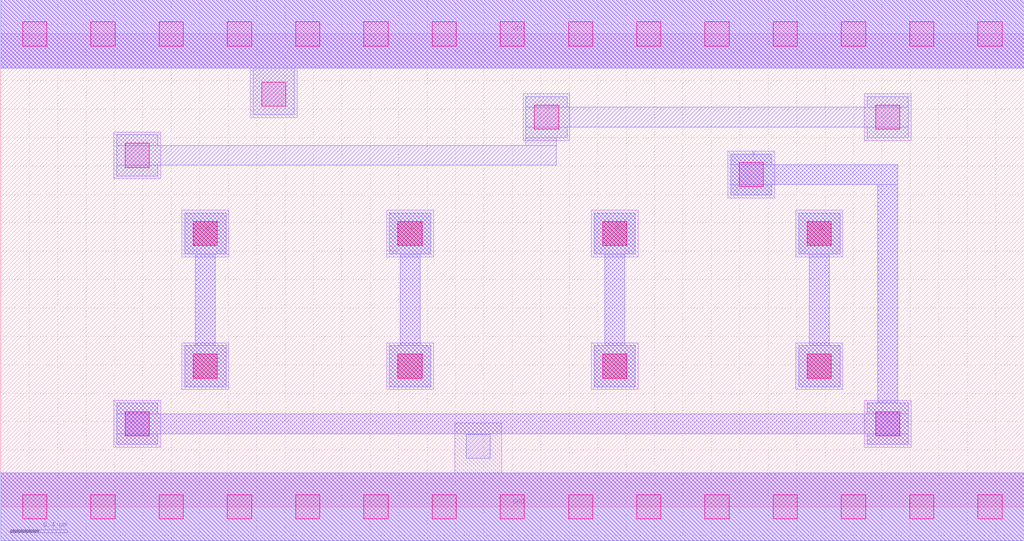
<source format=lef>
MACRO AOI22X1
 CLASS CORE ;
 FOREIGN AOI22X1 0 0 ;
 SIZE 7.2 BY 3.33 ;
 ORIGIN 0 0 ;
 SYMMETRY X Y R90 ;
 SITE unit ;
  PIN VDD
   DIRECTION INOUT ;
   USE POWER ;
   SHAPE ABUTMENT ;
    PORT
     CLASS CORE ;
       LAYER li1 ;
        RECT 0.00000000 3.09000000 7.20000000 3.57000000 ;
       LAYER met1 ;
        RECT 0.00000000 3.09000000 7.20000000 3.57000000 ;
    END
  END VDD

  PIN GND
   DIRECTION INOUT ;
   USE POWER ;
   SHAPE ABUTMENT ;
    PORT
     CLASS CORE ;
       LAYER li1 ;
        RECT 0.00000000 -0.24000000 7.20000000 0.24000000 ;
       LAYER met1 ;
        RECT 0.00000000 -0.24000000 7.20000000 0.24000000 ;
    END
  END GND

  PIN Y
   DIRECTION INOUT ;
   USE SIGNAL ;
   SHAPE ABUTMENT ;
    PORT
     CLASS CORE ;
       LAYER met1 ;
        RECT 0.81500000 0.44000000 1.10500000 0.51500000 ;
        RECT 6.09500000 0.44000000 6.38500000 0.51500000 ;
        RECT 0.81500000 0.51500000 6.38500000 0.65500000 ;
        RECT 0.81500000 0.65500000 1.10500000 0.73000000 ;
        RECT 6.09500000 0.65500000 6.38500000 0.73000000 ;
        RECT 5.13500000 2.19500000 5.42500000 2.27000000 ;
        RECT 6.17000000 0.73000000 6.31000000 2.27000000 ;
        RECT 5.13500000 2.27000000 6.31000000 2.41000000 ;
        RECT 5.13500000 2.41000000 5.42500000 2.48500000 ;
    END
  END Y

  PIN C
   DIRECTION INOUT ;
   USE SIGNAL ;
   SHAPE ABUTMENT ;
    PORT
     CLASS CORE ;
       LAYER met1 ;
        RECT 4.17500000 0.84500000 4.46500000 1.13500000 ;
        RECT 4.25000000 1.13500000 4.39000000 1.78000000 ;
        RECT 4.17500000 1.78000000 4.46500000 2.07000000 ;
    END
  END C

  PIN D
   DIRECTION INOUT ;
   USE SIGNAL ;
   SHAPE ABUTMENT ;
    PORT
     CLASS CORE ;
       LAYER met1 ;
        RECT 5.61500000 0.84500000 5.90500000 1.13500000 ;
        RECT 5.69000000 1.13500000 5.83000000 1.78000000 ;
        RECT 5.61500000 1.78000000 5.90500000 2.07000000 ;
    END
  END D

  PIN A
   DIRECTION INOUT ;
   USE SIGNAL ;
   SHAPE ABUTMENT ;
    PORT
     CLASS CORE ;
       LAYER met1 ;
        RECT 2.73500000 0.84500000 3.02500000 1.13500000 ;
        RECT 2.81000000 1.13500000 2.95000000 1.78000000 ;
        RECT 2.73500000 1.78000000 3.02500000 2.07000000 ;
    END
  END A

  PIN B
   DIRECTION INOUT ;
   USE SIGNAL ;
   SHAPE ABUTMENT ;
    PORT
     CLASS CORE ;
       LAYER met1 ;
        RECT 1.29500000 0.84500000 1.58500000 1.13500000 ;
        RECT 1.37000000 1.13500000 1.51000000 1.78000000 ;
        RECT 1.29500000 1.78000000 1.58500000 2.07000000 ;
    END
  END B

 OBS
    LAYER polycont ;
     RECT 1.35500000 0.90500000 1.52500000 1.07500000 ;
     RECT 2.79500000 0.90500000 2.96500000 1.07500000 ;
     RECT 4.23500000 0.90500000 4.40500000 1.07500000 ;
     RECT 5.67500000 0.90500000 5.84500000 1.07500000 ;
     RECT 1.35500000 1.84000000 1.52500000 2.01000000 ;
     RECT 2.79500000 1.84000000 2.96500000 2.01000000 ;
     RECT 4.23500000 1.84000000 4.40500000 2.01000000 ;
     RECT 5.67500000 1.84000000 5.84500000 2.01000000 ;

    LAYER pdiffc ;
     RECT 5.19500000 2.25500000 5.36500000 2.42500000 ;
     RECT 0.87500000 2.39000000 1.04500000 2.56000000 ;
     RECT 3.75500000 2.66000000 3.92500000 2.83000000 ;
     RECT 6.15500000 2.66000000 6.32500000 2.83000000 ;
     RECT 1.83500000 2.82000000 2.00500000 2.99000000 ;

    LAYER ndiffc ;
     RECT 3.27500000 0.34000000 3.44500000 0.51000000 ;
     RECT 0.87500000 0.50000000 1.04500000 0.67000000 ;
     RECT 6.15500000 0.50000000 6.32500000 0.67000000 ;

    LAYER li1 ;
     RECT 0.00000000 -0.24000000 7.20000000 0.24000000 ;
     RECT 3.19500000 0.24000000 3.52500000 0.59000000 ;
     RECT 0.79500000 0.42000000 1.12500000 0.75000000 ;
     RECT 6.07500000 0.42000000 6.40500000 0.75000000 ;
     RECT 1.27500000 0.82500000 1.60500000 1.15500000 ;
     RECT 2.71500000 0.82500000 3.04500000 1.15500000 ;
     RECT 4.15500000 0.82500000 4.48500000 1.15500000 ;
     RECT 5.59500000 0.82500000 5.92500000 1.15500000 ;
     RECT 1.27500000 1.76000000 1.60500000 2.09000000 ;
     RECT 2.71500000 1.76000000 3.04500000 2.09000000 ;
     RECT 4.15500000 1.76000000 4.48500000 2.09000000 ;
     RECT 5.59500000 1.76000000 5.92500000 2.09000000 ;
     RECT 5.11500000 2.17500000 5.44500000 2.50500000 ;
     RECT 0.79500000 2.31000000 1.12500000 2.64000000 ;
     RECT 3.67500000 2.58000000 4.00500000 2.91000000 ;
     RECT 6.07500000 2.58000000 6.40500000 2.91000000 ;
     RECT 1.75500000 2.74000000 2.08500000 3.09000000 ;
     RECT 0.00000000 3.09000000 7.20000000 3.57000000 ;

    LAYER viali ;
     RECT 0.15500000 -0.08500000 0.32500000 0.08500000 ;
     RECT 0.63500000 -0.08500000 0.80500000 0.08500000 ;
     RECT 1.11500000 -0.08500000 1.28500000 0.08500000 ;
     RECT 1.59500000 -0.08500000 1.76500000 0.08500000 ;
     RECT 2.07500000 -0.08500000 2.24500000 0.08500000 ;
     RECT 2.55500000 -0.08500000 2.72500000 0.08500000 ;
     RECT 3.03500000 -0.08500000 3.20500000 0.08500000 ;
     RECT 3.51500000 -0.08500000 3.68500000 0.08500000 ;
     RECT 3.99500000 -0.08500000 4.16500000 0.08500000 ;
     RECT 4.47500000 -0.08500000 4.64500000 0.08500000 ;
     RECT 4.95500000 -0.08500000 5.12500000 0.08500000 ;
     RECT 5.43500000 -0.08500000 5.60500000 0.08500000 ;
     RECT 5.91500000 -0.08500000 6.08500000 0.08500000 ;
     RECT 6.39500000 -0.08500000 6.56500000 0.08500000 ;
     RECT 6.87500000 -0.08500000 7.04500000 0.08500000 ;
     RECT 0.87500000 0.50000000 1.04500000 0.67000000 ;
     RECT 6.15500000 0.50000000 6.32500000 0.67000000 ;
     RECT 1.35500000 0.90500000 1.52500000 1.07500000 ;
     RECT 2.79500000 0.90500000 2.96500000 1.07500000 ;
     RECT 4.23500000 0.90500000 4.40500000 1.07500000 ;
     RECT 5.67500000 0.90500000 5.84500000 1.07500000 ;
     RECT 1.35500000 1.84000000 1.52500000 2.01000000 ;
     RECT 2.79500000 1.84000000 2.96500000 2.01000000 ;
     RECT 4.23500000 1.84000000 4.40500000 2.01000000 ;
     RECT 5.67500000 1.84000000 5.84500000 2.01000000 ;
     RECT 5.19500000 2.25500000 5.36500000 2.42500000 ;
     RECT 0.87500000 2.39000000 1.04500000 2.56000000 ;
     RECT 3.75500000 2.66000000 3.92500000 2.83000000 ;
     RECT 6.15500000 2.66000000 6.32500000 2.83000000 ;
     RECT 1.83500000 2.82000000 2.00500000 2.99000000 ;
     RECT 0.15500000 3.24500000 0.32500000 3.41500000 ;
     RECT 0.63500000 3.24500000 0.80500000 3.41500000 ;
     RECT 1.11500000 3.24500000 1.28500000 3.41500000 ;
     RECT 1.59500000 3.24500000 1.76500000 3.41500000 ;
     RECT 2.07500000 3.24500000 2.24500000 3.41500000 ;
     RECT 2.55500000 3.24500000 2.72500000 3.41500000 ;
     RECT 3.03500000 3.24500000 3.20500000 3.41500000 ;
     RECT 3.51500000 3.24500000 3.68500000 3.41500000 ;
     RECT 3.99500000 3.24500000 4.16500000 3.41500000 ;
     RECT 4.47500000 3.24500000 4.64500000 3.41500000 ;
     RECT 4.95500000 3.24500000 5.12500000 3.41500000 ;
     RECT 5.43500000 3.24500000 5.60500000 3.41500000 ;
     RECT 5.91500000 3.24500000 6.08500000 3.41500000 ;
     RECT 6.39500000 3.24500000 6.56500000 3.41500000 ;
     RECT 6.87500000 3.24500000 7.04500000 3.41500000 ;

    LAYER met1 ;
     RECT 0.00000000 -0.24000000 7.20000000 0.24000000 ;
     RECT 1.29500000 0.84500000 1.58500000 1.13500000 ;
     RECT 1.37000000 1.13500000 1.51000000 1.78000000 ;
     RECT 1.29500000 1.78000000 1.58500000 2.07000000 ;
     RECT 2.73500000 0.84500000 3.02500000 1.13500000 ;
     RECT 2.81000000 1.13500000 2.95000000 1.78000000 ;
     RECT 2.73500000 1.78000000 3.02500000 2.07000000 ;
     RECT 4.17500000 0.84500000 4.46500000 1.13500000 ;
     RECT 4.25000000 1.13500000 4.39000000 1.78000000 ;
     RECT 4.17500000 1.78000000 4.46500000 2.07000000 ;
     RECT 5.61500000 0.84500000 5.90500000 1.13500000 ;
     RECT 5.69000000 1.13500000 5.83000000 1.78000000 ;
     RECT 5.61500000 1.78000000 5.90500000 2.07000000 ;
     RECT 0.81500000 0.44000000 1.10500000 0.51500000 ;
     RECT 6.09500000 0.44000000 6.38500000 0.51500000 ;
     RECT 0.81500000 0.51500000 6.38500000 0.65500000 ;
     RECT 0.81500000 0.65500000 1.10500000 0.73000000 ;
     RECT 6.09500000 0.65500000 6.38500000 0.73000000 ;
     RECT 5.13500000 2.19500000 5.42500000 2.27000000 ;
     RECT 6.17000000 0.73000000 6.31000000 2.27000000 ;
     RECT 5.13500000 2.27000000 6.31000000 2.41000000 ;
     RECT 5.13500000 2.41000000 5.42500000 2.48500000 ;
     RECT 0.81500000 2.33000000 1.10500000 2.40500000 ;
     RECT 0.81500000 2.40500000 3.91000000 2.54500000 ;
     RECT 3.69500000 2.54500000 3.91000000 2.60000000 ;
     RECT 0.81500000 2.54500000 1.10500000 2.62000000 ;
     RECT 3.69500000 2.60000000 3.98500000 2.67500000 ;
     RECT 6.09500000 2.60000000 6.38500000 2.67500000 ;
     RECT 3.69500000 2.67500000 6.38500000 2.81500000 ;
     RECT 3.69500000 2.81500000 3.98500000 2.89000000 ;
     RECT 6.09500000 2.81500000 6.38500000 2.89000000 ;
     RECT 1.77500000 2.76000000 2.06500000 3.09000000 ;
     RECT 0.00000000 3.09000000 7.20000000 3.57000000 ;

 END
END AOI22X1

</source>
